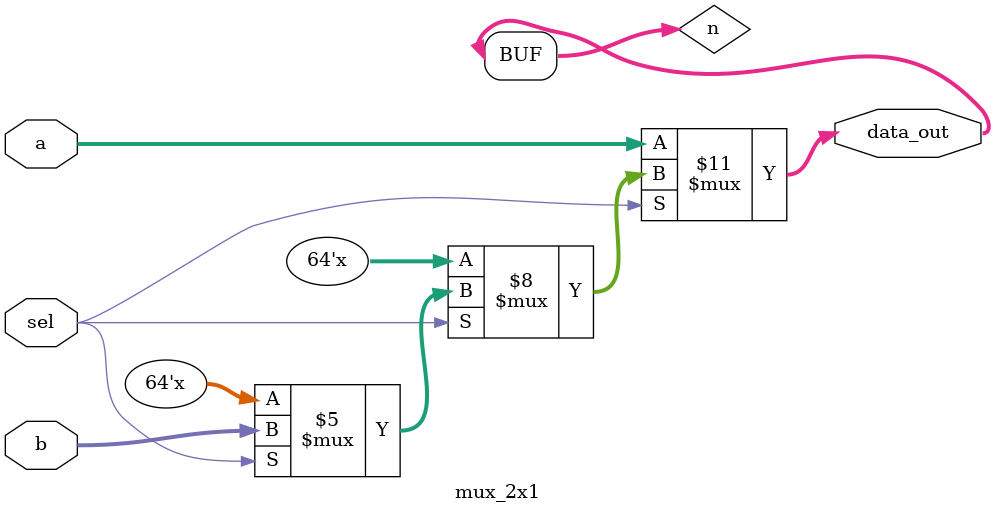
<source format=v>
module mux_2x1
  (input [63:0] a,b,
   input sel,
   output reg [63:0] data_out);
    reg [63:0] n;
always@* begin
if (sel == 0)
	n = a;
else if (sel ==1)
	n = b;
end
assign data_out = n;
 
endmodule
</source>
